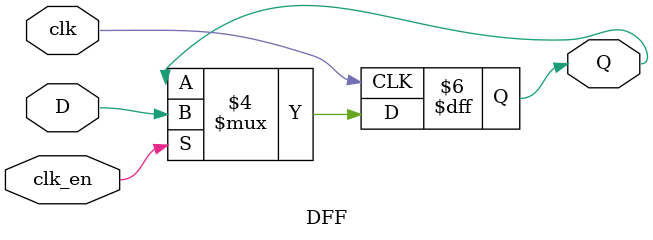
<source format=v>
`timescale 1ns / 1ps


module DFF(
    input clk,
    input clk_en,
    input D,
    output reg Q = 0
    );
    always @ (posedge clk) begin
      if(clk_en == 1) 
           Q <= D;
    end
    
endmodule

</source>
